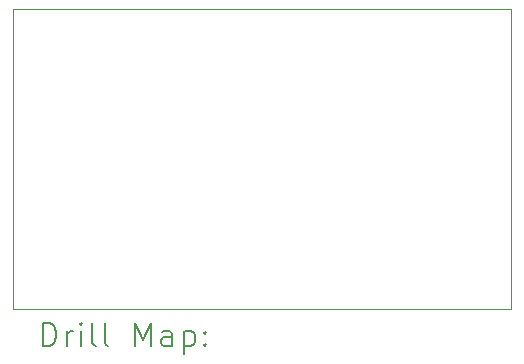
<source format=gbr>
%TF.GenerationSoftware,KiCad,Pcbnew,6.0.11+dfsg-1~bpo11+1*%
%TF.CreationDate,2023-04-29T04:06:51+00:00*%
%TF.ProjectId,slcam,736c6361-6d2e-46b6-9963-61645f706362,v0.2*%
%TF.SameCoordinates,Original*%
%TF.FileFunction,Drillmap*%
%TF.FilePolarity,Positive*%
%FSLAX45Y45*%
G04 Gerber Fmt 4.5, Leading zero omitted, Abs format (unit mm)*
G04 Created by KiCad (PCBNEW 6.0.11+dfsg-1~bpo11+1) date 2023-04-29 04:06:51*
%MOMM*%
%LPD*%
G01*
G04 APERTURE LIST*
%ADD10C,0.100000*%
%ADD11C,0.200000*%
G04 APERTURE END LIST*
D10*
X23926800Y-7518400D02*
X19710400Y-7518400D01*
X19710400Y-4978400D01*
X23926800Y-4978400D01*
X23926800Y-7518400D01*
D11*
X19963019Y-7833876D02*
X19963019Y-7633876D01*
X20010638Y-7633876D01*
X20039210Y-7643400D01*
X20058257Y-7662448D01*
X20067781Y-7681495D01*
X20077305Y-7719590D01*
X20077305Y-7748162D01*
X20067781Y-7786257D01*
X20058257Y-7805305D01*
X20039210Y-7824352D01*
X20010638Y-7833876D01*
X19963019Y-7833876D01*
X20163019Y-7833876D02*
X20163019Y-7700543D01*
X20163019Y-7738638D02*
X20172543Y-7719590D01*
X20182067Y-7710067D01*
X20201114Y-7700543D01*
X20220162Y-7700543D01*
X20286829Y-7833876D02*
X20286829Y-7700543D01*
X20286829Y-7633876D02*
X20277305Y-7643400D01*
X20286829Y-7652924D01*
X20296352Y-7643400D01*
X20286829Y-7633876D01*
X20286829Y-7652924D01*
X20410638Y-7833876D02*
X20391590Y-7824352D01*
X20382067Y-7805305D01*
X20382067Y-7633876D01*
X20515400Y-7833876D02*
X20496352Y-7824352D01*
X20486829Y-7805305D01*
X20486829Y-7633876D01*
X20743971Y-7833876D02*
X20743971Y-7633876D01*
X20810638Y-7776733D01*
X20877305Y-7633876D01*
X20877305Y-7833876D01*
X21058257Y-7833876D02*
X21058257Y-7729114D01*
X21048733Y-7710067D01*
X21029686Y-7700543D01*
X20991590Y-7700543D01*
X20972543Y-7710067D01*
X21058257Y-7824352D02*
X21039210Y-7833876D01*
X20991590Y-7833876D01*
X20972543Y-7824352D01*
X20963019Y-7805305D01*
X20963019Y-7786257D01*
X20972543Y-7767209D01*
X20991590Y-7757686D01*
X21039210Y-7757686D01*
X21058257Y-7748162D01*
X21153495Y-7700543D02*
X21153495Y-7900543D01*
X21153495Y-7710067D02*
X21172543Y-7700543D01*
X21210638Y-7700543D01*
X21229686Y-7710067D01*
X21239210Y-7719590D01*
X21248733Y-7738638D01*
X21248733Y-7795781D01*
X21239210Y-7814828D01*
X21229686Y-7824352D01*
X21210638Y-7833876D01*
X21172543Y-7833876D01*
X21153495Y-7824352D01*
X21334448Y-7814828D02*
X21343971Y-7824352D01*
X21334448Y-7833876D01*
X21324924Y-7824352D01*
X21334448Y-7814828D01*
X21334448Y-7833876D01*
X21334448Y-7710067D02*
X21343971Y-7719590D01*
X21334448Y-7729114D01*
X21324924Y-7719590D01*
X21334448Y-7710067D01*
X21334448Y-7729114D01*
M02*

</source>
